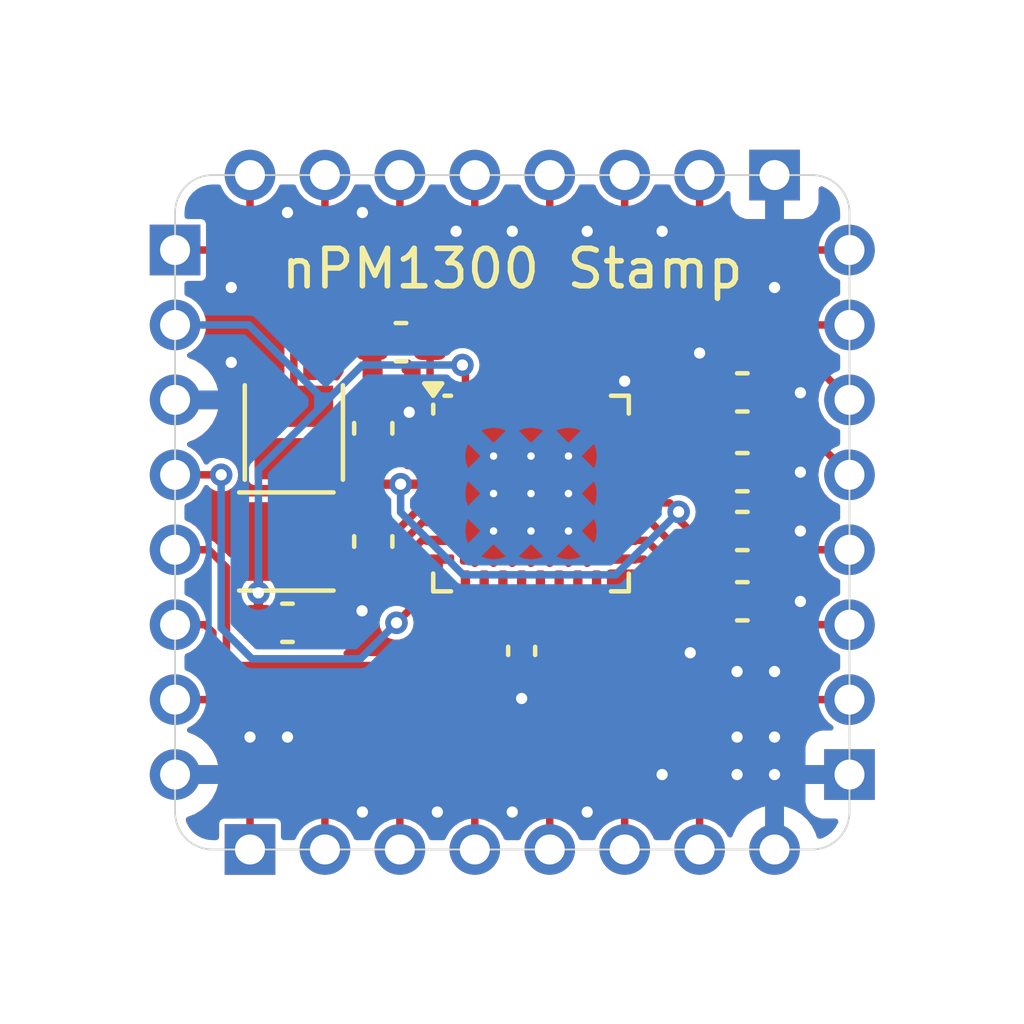
<source format=kicad_pcb>
(kicad_pcb (version 20240108) (generator "pcbnew") (generator_version "8.0")
  (layers (0 "F.Cu" signal) (1 "In1.Cu" signal) (2 "In2.Cu" signal) (31 "B.Cu" signal) (34 "B.Paste" user) (35 "F.Paste" user) (36 "B.SilkS" user "B.Silkscreen") (37 "F.SilkS" user "F.Silkscreen") (38 "B.Mask" user) (39 "F.Mask" user) (44 "Edge.Cuts" user))
  (net 0 "")
  (net 1 "GND")
  (net 2 "/VBUS_IN")
  (net 3 "/VBUS_OUT")
  (net 4 "/VBAT")
  (net 5 "/LS2_IN")
  (net 6 "/CC1")
  (net 7 "/VSET2")
  (net 8 "/LED0")
  (net 9 "/CC2")
  (net 10 "/SHPLD")
  (net 11 "/SCL_NPM1300")
  (net 12 "/NTC")
  (net 13 "/LS2_OUT")
  (net 14 "/LS1_OUT")
  (net 15 "/GPIO2")
  (net 16 "/LED2")
  (net 17 "/LS1_IN")
  (net 18 "/SDA_NPM1300")
  (net 19 "/GPIO1")
  (net 20 "/GPIO3")
  (net 21 "/VSET1")
  (net 22 "/LED1")
  (net 23 "/VDDIO")
  (net 24 "/VSYS")
  (net 25 "/VOUT1")
  (net 26 "/VOUT2")
  (net 27 "Net-(U1-SW1)")
  (net 28 "Net-(U1-SW2)")
  (net 29 "/GPIO4")
  (net 30 "/GPIO0")
  (footprint "nPM1300-Stamp_Connector_PinHeader:nPM1300-PinHeader_1x08_P2.00mm_Vertical" (layer "F.Cu") (at 157 91 -90)
    (property "Reference" "J4" (hide yes))
    (property "Value" "Conn_01x08")
    (pad "1" thru_hole rect (at 0 0 270) (size 1.35 1.35) (drill 0.8) (layers "*.Cu" "*.Mask") (net 1 "GND"))
    (pad "2" thru_hole oval (at 0 2 270) (size 1.35 1.35) (drill 0.8) (layers "*.Cu" "*.Mask") (net 8 "/LED0"))
    (pad "3" thru_hole oval (at 0 4 270) (size 1.35 1.35) (drill 0.8) (layers "*.Cu" "*.Mask") (net 22 "/LED1"))
    (pad "4" thru_hole oval (at 0 6 270) (size 1.35 1.35) (drill 0.8) (layers "*.Cu" "*.Mask") (net 16 "/LED2"))
    (pad "5" thru_hole oval (at 0 8 270) (size 1.35 1.35) (drill 0.8) (layers "*.Cu" "*.Mask") (net 17 "/LS1_IN"))
    (pad "6" thru_hole oval (at 0 10 270) (size 1.35 1.35) (drill 0.8) (layers "*.Cu" "*.Mask") (net 14 "/LS1_OUT"))
    (pad "7" thru_hole oval (at 0 12 270) (size 1.35 1.35) (drill 0.8) (layers "*.Cu" "*.Mask") (net 5 "/LS2_IN"))
    (pad "8" thru_hole oval (at 0 14 270) (size 1.35 1.35) (drill 0.8) (layers "*.Cu" "*.Mask") (net 13 "/LS2_OUT"))
  )
  (footprint "Capacitor_SMD:C_0603_1608Metric" (layer "F.Cu") (at 146.29 97.76 90)
    (property "Reference" "C3" (hide yes))
    (property "Value" "10uF")
    (fp_line (start -0.14058 -0.51) (end 0.14058 -0.51) (stroke (width 0.12)) (layer "F.SilkS"))
    (fp_line (start -0.14058 0.51) (end 0.14058 0.51) (stroke (width 0.12)) (layer "F.SilkS"))
    (pad "1" smd roundrect (at -0.775 0 90) (size 0.9 0.95) (layers "F.Cu" "F.Paste" "F.Mask") (net 24 "/VSYS"))
    (pad "2" smd roundrect (at 0.775 0 90) (size 0.9 0.95) (layers "F.Cu" "F.Paste" "F.Mask") (net 1 "GND"))
  )
  (footprint "Capacitor_SMD:C_0603_1608Metric" (layer "F.Cu") (at 156.14 98.93)
    (property "Reference" "C5" (hide yes))
    (property "Value" "1uF")
    (fp_line (start -0.14058 -0.51) (end 0.14058 -0.51) (stroke (width 0.12)) (layer "F.SilkS"))
    (fp_line (start -0.14058 0.51) (end 0.14058 0.51) (stroke (width 0.12)) (layer "F.SilkS"))
    (pad "1" smd roundrect (at -0.775 0) (size 0.9 0.95) (layers "F.Cu" "F.Paste" "F.Mask") (net 2 "/VBUS_IN"))
    (pad "2" smd roundrect (at 0.775 0) (size 0.9 0.95) (layers "F.Cu" "F.Paste" "F.Mask") (net 1 "GND"))
  )
  (footprint "Capacitor_SMD:C_0603_1608Metric" (layer "F.Cu") (at 147.03 95.46 180)
    (property "Reference" "C7" (hide yes))
    (property "Value" "10uF")
    (fp_line (start -0.14058 0.51) (end 0.14058 0.51) (stroke (width 0.12)) (layer "F.SilkS"))
    (fp_line (start -0.14058 -0.51) (end 0.14058 -0.51) (stroke (width 0.12)) (layer "F.SilkS"))
    (pad "1" smd roundrect (at -0.775 0 180) (size 0.9 0.95) (layers "F.Cu" "F.Paste" "F.Mask") (net 25 "/VOUT1"))
    (pad "2" smd roundrect (at 0.775 0 180) (size 0.9 0.95) (layers "F.Cu" "F.Paste" "F.Mask") (net 1 "GND"))
  )
  (footprint "Package_DFN_QFN:QFN-32-1EP_5x5mm_P0.5mm_EP3.6x3.6mm_ThermalVias" (layer "F.Cu") (at 150.5 99.5)
    (property "Reference" "U1" (hide yes))
    (property "Value" "nPM1300-QEXX")
    (fp_line (start -2.61 -2.135) (end -2.61 -2.37) (stroke (width 0.12)) (layer "F.SilkS"))
    (fp_line (start -2.61 2.61) (end -2.61 2.135) (stroke (width 0.12)) (layer "F.SilkS"))
    (fp_line (start -2.135 -2.61) (end -2.31 -2.61) (stroke (width 0.12)) (layer "F.SilkS"))
    (fp_line (start -2.135 2.61) (end -2.61 2.61) (stroke (width 0.12)) (layer "F.SilkS"))
    (fp_line (start 2.135 -2.61) (end 2.61 -2.61) (stroke (width 0.12)) (layer "F.SilkS"))
    (fp_line (start 2.135 2.61) (end 2.61 2.61) (stroke (width 0.12)) (layer "F.SilkS"))
    (fp_line (start 2.61 -2.61) (end 2.61 -2.135) (stroke (width 0.12)) (layer "F.SilkS"))
    (fp_line (start 2.61 2.61) (end 2.61 2.135) (stroke (width 0.12)) (layer "F.SilkS"))
    (fp_poly (pts (xy -2.61 -2.61) (xy -2.85 -2.94) (xy -2.37 -2.94) (xy -2.61 -2.61)) (stroke (width 0.12)) (fill solid) (layer "F.SilkS"))
    (pad "1" smd roundrect (at -2.45 -1.75) (size 0.8 0.25) (layers "F.Cu" "F.Paste" "F.Mask") (net 25 "/VOUT1"))
    (pad "2" smd roundrect (at -2.45 -1.25) (size 0.8 0.25) (layers "F.Cu" "F.Paste" "F.Mask") (net 1 "GND"))
    (pad "3" smd roundrect (at -2.45 -0.75) (size 0.8 0.25) (layers "F.Cu" "F.Paste" "F.Mask") (net 27 "Net-(U1-SW1)"))
    (pad "4" smd roundrect (at -2.45 -0.25) (size 0.8 0.25) (layers "F.Cu" "F.Paste" "F.Mask") (net 24 "/VSYS"))
    (pad "5" smd roundrect (at -2.45 0.25) (size 0.8 0.25) (layers "F.Cu" "F.Paste" "F.Mask") (net 28 "Net-(U1-SW2)"))
    (pad "6" smd roundrect (at -2.45 0.75) (size 0.8 0.25) (layers "F.Cu" "F.Paste" "F.Mask") (net 1 "GND"))
    (pad "7" smd roundrect (at -2.45 1.25) (size 0.8 0.25) (layers "F.Cu" "F.Paste" "F.Mask") (net 30 "/GPIO0"))
    (pad "8" smd roundrect (at -2.45 1.75) (size 0.8 0.25) (layers "F.Cu" "F.Paste" "F.Mask") (net 19 "/GPIO1"))
    (pad "9" smd roundrect (at -1.75 2.45) (size 0.25 0.8) (layers "F.Cu" "F.Paste" "F.Mask") (net 15 "/GPIO2"))
    (pad "10" smd roundrect (at -1.25 2.45) (size 0.25 0.8) (layers "F.Cu" "F.Paste" "F.Mask") (net 20 "/GPIO3"))
    (pad "11" smd roundrect (at -0.75 2.45) (size 0.25 0.8) (layers "F.Cu" "F.Paste" "F.Mask") (net 29 "/GPIO4"))
    (pad "12" smd roundrect (at -0.25 2.45) (size 0.25 0.8) (layers "F.Cu" "F.Paste" "F.Mask") (net 23 "/VDDIO"))
    (pad "13" smd roundrect (at 0.25 2.45) (size 0.25 0.8) (layers "F.Cu" "F.Paste" "F.Mask") (net 18 "/SDA_NPM1300"))
    (pad "14" smd roundrect (at 0.75 2.45) (size 0.25 0.8) (layers "F.Cu" "F.Paste" "F.Mask") (net 11 "/SCL_NPM1300"))
    (pad "15" smd roundrect (at 1.25 2.45) (size 0.25 0.8) (layers "F.Cu" "F.Paste" "F.Mask") (net 10 "/SHPLD"))
    (pad "16" smd roundrect (at 1.75 2.45) (size 0.25 0.8) (layers "F.Cu" "F.Paste" "F.Mask") (net 7 "/VSET2"))
    (pad "17" smd roundrect (at 2.45 1.75) (size 0.8 0.25) (layers "F.Cu" "F.Paste" "F.Mask") (net 21 "/VSET1"))
    (pad "18" smd roundrect (at 2.45 1.25) (size 0.8 0.25) (layers "F.Cu" "F.Paste" "F.Mask") (net 12 "/NTC"))
    (pad "19" smd roundrect (at 2.45 0.75) (size 0.8 0.25) (layers "F.Cu" "F.Paste" "F.Mask") (net 4 "/VBAT"))
    (pad "20" smd roundrect (at 2.45 0.25) (size 0.8 0.25) (layers "F.Cu" "F.Paste" "F.Mask") (net 24 "/VSYS"))
    (pad "21" smd roundrect (at 2.45 -0.25) (size 0.8 0.25) (layers "F.Cu" "F.Paste" "F.Mask") (net 2 "/VBUS_IN"))
    (pad "22" smd roundrect (at 2.45 -0.75) (size 0.8 0.25) (layers "F.Cu" "F.Paste" "F.Mask") (net 3 "/VBUS_OUT"))
    (pad "23" smd roundrect (at 2.45 -1.25) (size 0.8 0.25) (layers "F.Cu" "F.Paste" "F.Mask") (net 6 "/CC1"))
    (pad "24" smd roundrect (at 2.45 -1.75) (size 0.8 0.25) (layers "F.Cu" "F.Paste" "F.Mask") (net 9 "/CC2"))
    (pad "25" smd roundrect (at 1.75 -2.45) (size 0.25 0.8) (layers "F.Cu" "F.Paste" "F.Mask") (net 8 "/LED0"))
    (pad "26" smd roundrect (at 1.25 -2.45) (size 0.25 0.8) (layers "F.Cu" "F.Paste" "F.Mask") (net 22 "/LED1"))
    (pad "27" smd roundrect (at 0.75 -2.45) (size 0.25 0.8) (layers "F.Cu" "F.Paste" "F.Mask") (net 16 "/LED2"))
    (pad "28" smd roundrect (at 0.25 -2.45) (size 0.25 0.8) (layers "F.Cu" "F.Paste" "F.Mask") (net 17 "/LS1_IN"))
    (pad "29" smd roundrect (at -0.25 -2.45) (size 0.25 0.8) (layers "F.Cu" "F.Paste" "F.Mask") (net 14 "/LS1_OUT"))
    (pad "30" smd roundrect (at -0.75 -2.45) (size 0.25 0.8) (layers "F.Cu" "F.Paste" "F.Mask") (net 5 "/LS2_IN"))
    (pad "31" smd roundrect (at -1.25 -2.45) (size 0.25 0.8) (layers "F.Cu" "F.Paste" "F.Mask") (net 13 "/LS2_OUT"))
    (pad "32" smd roundrect (at -1.75 -2.45) (size 0.25 0.8) (layers "F.Cu" "F.Paste" "F.Mask") (net 26 "/VOUT2"))
    (pad "33" thru_hole circle (at -1 -1) (size 0.5 0.5) (drill 0.2) (property pad_prop_heatsink) (layers "*.Cu") (net 1 "GND"))
    (pad "33" thru_hole circle (at -1 0) (size 0.5 0.5) (drill 0.2) (property pad_prop_heatsink) (layers "*.Cu") (net 1 "GND"))
    (pad "33" thru_hole circle (at -1 1) (size 0.5 0.5) (drill 0.2) (property pad_prop_heatsink) (layers "*.Cu") (net 1 "GND"))
    (pad "33" thru_hole circle (at 0 -1) (size 0.5 0.5) (drill 0.2) (property pad_prop_heatsink) (layers "*.Cu") (net 1 "GND"))
    (pad "33" thru_hole circle (at 0 0) (size 0.5 0.5) (drill 0.2) (property pad_prop_heatsink) (layers "*.Cu") (net 1 "GND"))
    (pad "33" smd rect (at 0 0) (size 2.5 2.5) (property pad_prop_heatsink) (layers "B.Cu") (net 1 "GND"))
    (pad "33" smd rect (at 0 0) (size 3.6 3.6) (property pad_prop_heatsink) (layers "F.Cu" "F.Mask") (net 1 "GND"))
    (pad "33" thru_hole circle (at 0 1) (size 0.5 0.5) (drill 0.2) (property pad_prop_heatsink) (layers "*.Cu") (net 1 "GND"))
    (pad "33" thru_hole circle (at 1 -1) (size 0.5 0.5) (drill 0.2) (property pad_prop_heatsink) (layers "*.Cu") (net 1 "GND"))
    (pad "33" thru_hole circle (at 1 0) (size 0.5 0.5) (drill 0.2) (property pad_prop_heatsink) (layers "*.Cu") (net 1 "GND"))
    (pad "33" thru_hole circle (at 1 1) (size 0.5 0.5) (drill 0.2) (property pad_prop_heatsink) (layers "*.Cu") (net 1 "GND"))
  )
  (footprint "Inductor_SMD:L_Cenker_CKCS201610" (layer "F.Cu") (at 144.17 97.87 -90)
    (property "Reference" "L1" (hide yes))
    (property "Value" "2.2uH")
    (fp_line (start -1.26 1.31) (end 1.26 1.31) (stroke (width 0.12)) (layer "F.SilkS"))
    (fp_line (start -1.26 -1.31) (end 1.26 -1.31) (stroke (width 0.12)) (layer "F.SilkS"))
    (pad "1" smd rect (at -0.7 0 270) (size 1.1 2.1) (layers "F.Cu" "F.Paste" "F.Mask") (net 25 "/VOUT1"))
    (pad "2" smd rect (at 0.7 0 270) (size 1.1 2.1) (layers "F.Cu" "F.Paste" "F.Mask") (net 27 "Net-(U1-SW1)"))
  )
  (footprint "Capacitor_SMD:C_0603_1608Metric" (layer "F.Cu") (at 146.29 100.78 -90)
    (property "Reference" "C2" (hide yes))
    (property "Value" "10uF")
    (fp_line (start -0.14058 0.51) (end 0.14058 0.51) (stroke (width 0.12)) (layer "F.SilkS"))
    (fp_line (start -0.14058 -0.51) (end 0.14058 -0.51) (stroke (width 0.12)) (layer "F.SilkS"))
    (pad "1" smd roundrect (at -0.775 0 270) (size 0.9 0.95) (layers "F.Cu" "F.Paste" "F.Mask") (net 24 "/VSYS"))
    (pad "2" smd roundrect (at 0.775 0 270) (size 0.9 0.95) (layers "F.Cu" "F.Paste" "F.Mask") (net 1 "GND"))
  )
  (footprint "Capacitor_SMD:C_0603_1608Metric" (layer "F.Cu") (at 156.14 96.8)
    (property "Reference" "C6" (hide yes))
    (property "Value" "1uF")
    (fp_line (start -0.14058 -0.51) (end 0.14058 -0.51) (stroke (width 0.12)) (layer "F.SilkS"))
    (fp_line (start -0.14058 0.51) (end 0.14058 0.51) (stroke (width 0.12)) (layer "F.SilkS"))
    (pad "1" smd roundrect (at -0.775 0) (size 0.9 0.95) (layers "F.Cu" "F.Paste" "F.Mask") (net 3 "/VBUS_OUT"))
    (pad "2" smd roundrect (at 0.775 0) (size 0.9 0.95) (layers "F.Cu" "F.Paste" "F.Mask") (net 1 "GND"))
  )
  (footprint "Capacitor_SMD:C_0603_1608Metric" (layer "F.Cu") (at 156.14 102.375)
    (property "Reference" "C13" (hide yes))
    (property "Value" "2.2uF")
    (fp_line (start -0.14058 -0.51) (end 0.14058 -0.51) (stroke (width 0.12)) (layer "F.SilkS"))
    (fp_line (start -0.14058 0.51) (end 0.14058 0.51) (stroke (width 0.12)) (layer "F.SilkS"))
    (pad "1" smd roundrect (at -0.775 0) (size 0.9 0.95) (layers "F.Cu" "F.Paste" "F.Mask") (net 4 "/VBAT"))
    (pad "2" smd roundrect (at 0.775 0) (size 0.9 0.95) (layers "F.Cu" "F.Paste" "F.Mask") (net 1 "GND"))
  )
  (footprint "Capacitor_SMD:C_0402_1005Metric" (layer "F.Cu") (at 150.25 103.7 -90)
    (property "Reference" "C1" (hide yes))
    (property "Value" "100nF")
    (fp_line (start -0.107836 0.36) (end 0.107836 0.36) (stroke (width 0.12)) (layer "F.SilkS"))
    (fp_line (start -0.107836 -0.36) (end 0.107836 -0.36) (stroke (width 0.12)) (layer "F.SilkS"))
    (pad "1" smd roundrect (at -0.48 0 270) (size 0.56 0.62) (layers "F.Cu" "F.Paste" "F.Mask") (net 23 "/VDDIO"))
    (pad "2" smd roundrect (at 0.48 0 270) (size 0.56 0.62) (layers "F.Cu" "F.Paste" "F.Mask") (net 1 "GND"))
  )
  (footprint "Inductor_SMD:L_Cenker_CKCS201610" (layer "F.Cu") (at 143.97 100.78)
    (property "Reference" "L2" (hide yes))
    (property "Value" "2.2uH")
    (fp_line (start -1.26 -1.31) (end 1.26 -1.31) (stroke (width 0.12)) (layer "F.SilkS"))
    (fp_line (start -1.26 1.31) (end 1.26 1.31) (stroke (width 0.12)) (layer "F.SilkS"))
    (pad "1" smd rect (at -0.7 0) (size 1.1 2.1) (layers "F.Cu" "F.Paste" "F.Mask") (net 26 "/VOUT2"))
    (pad "2" smd rect (at 0.7 0) (size 1.1 2.1) (layers "F.Cu" "F.Paste" "F.Mask") (net 28 "Net-(U1-SW2)"))
  )
  (footprint "nPM1300-Stamp_Connector_PinHeader:nPM1300-PinHeader_1x08_P2.00mm_Vertical" (layer "F.Cu") (at 159 107 180)
    (property "Reference" "J3" (hide yes))
    (property "Value" "Conn_01x08")
    (pad "1" thru_hole rect (at 0 0 180) (size 1.35 1.35) (drill 0.8) (layers "*.Cu" "*.Mask") (net 1 "GND"))
    (pad "2" thru_hole oval (at 0 2 180) (size 1.35 1.35) (drill 0.8) (layers "*.Cu" "*.Mask") (net 12 "/NTC"))
    (pad "3" thru_hole oval (at 0 4 180) (size 1.35 1.35) (drill 0.8) (layers "*.Cu" "*.Mask") (net 4 "/VBAT"))
    (pad "4" thru_hole oval (at 0 6 180) (size 1.35 1.35) (drill 0.8) (layers "*.Cu" "*.Mask") (net 24 "/VSYS"))
    (pad "5" thru_hole oval (at 0 8 180) (size 1.35 1.35) (drill 0.8) (layers "*.Cu" "*.Mask") (net 2 "/VBUS_IN"))
    (pad "6" thru_hole oval (at 0 10 180) (size 1.35 1.35) (drill 0.8) (layers "*.Cu" "*.Mask") (net 3 "/VBUS_OUT"))
    (pad "7" thru_hole oval (at 0 12 180) (size 1.35 1.35) (drill 0.8) (layers "*.Cu" "*.Mask") (net 6 "/CC1"))
    (pad "8" thru_hole oval (at 0 14 180) (size 1.35 1.35) (drill 0.8) (layers "*.Cu" "*.Mask") (net 9 "/CC2"))
  )
  (footprint "nPM1300-Stamp_Connector_PinHeader:nPM1300-PinHeader_1x08_P2.00mm_Vertical" (layer "F.Cu") (at 141 93)
    (property "Reference" "J1" (hide yes))
    (property "Value" "Conn_01x08")
    (pad "1" thru_hole rect (at 0 0) (size 1.35 1.35) (drill 0.8) (layers "*.Cu" "*.Mask") (net 25 "/VOUT1"))
    (pad "2" thru_hole oval (at 0 2) (size 1.35 1.35) (drill 0.8) (layers "*.Cu" "*.Mask") (net 26 "/VOUT2"))
    (pad "3" thru_hole oval (at 0 4) (size 1.35 1.35) (drill 0.8) (layers "*.Cu" "*.Mask") (net 1 "GND"))
    (pad "4" thru_hole oval (at 0 6) (size 1.35 1.35) (drill 0.8) (layers "*.Cu" "*.Mask") (net 30 "/GPIO0"))
    (pad "5" thru_hole oval (at 0 8) (size 1.35 1.35) (drill 0.8) (layers "*.Cu" "*.Mask") (net 19 "/GPIO1"))
    (pad "6" thru_hole oval (at 0 10) (size 1.35 1.35) (drill 0.8) (layers "*.Cu" "*.Mask") (net 15 "/GPIO2"))
    (pad "7" thru_hole oval (at 0 12) (size 1.35 1.35) (drill 0.8) (layers "*.Cu" "*.Mask") (net 20 "/GPIO3"))
    (pad "8" thru_hole oval (at 0 14) (size 1.35 1.35) (drill 0.8) (layers "*.Cu" "*.Mask") (net 1 "GND"))
  )
  (footprint "Capacitor_SMD:C_0603_1608Metric" (layer "F.Cu") (at 156.14 100.5)
    (property "Reference" "C4" (hide yes))
    (property "Value" "10uF")
    (fp_line (start -0.14058 -0.51) (end 0.14058 -0.51) (stroke (width 0.12)) (layer "F.SilkS"))
    (fp_line (start -0.14058 0.51) (end 0.14058 0.51) (stroke (width 0.12)) (layer "F.SilkS"))
    (pad "1" smd roundrect (at -0.775 0) (size 0.9 0.95) (layers "F.Cu" "F.Paste" "F.Mask") (net 24 "/VSYS"))
    (pad "2" smd roundrect (at 0.775 0) (size 0.9 0.95) (layers "F.Cu" "F.Paste" "F.Mask") (net 1 "GND"))
  )
  (footprint "Capacitor_SMD:C_0603_1608Metric" (layer "F.Cu") (at 144 102.95)
    (property "Reference" "C8" (hide yes))
    (property "Value" "10uF")
    (fp_line (start -0.14058 -0.51) (end 0.14058 -0.51) (stroke (width 0.12)) (layer "F.SilkS"))
    (fp_line (start -0.14058 0.51) (end 0.14058 0.51) (stroke (width 0.12)) (layer "F.SilkS"))
    (pad "1" smd roundrect (at -0.775 0) (size 0.9 0.95) (layers "F.Cu" "F.Paste" "F.Mask") (net 26 "/VOUT2"))
    (pad "2" smd roundrect (at 0.775 0) (size 0.9 0.95) (layers "F.Cu" "F.Paste" "F.Mask") (net 1 "GND"))
  )
  (footprint "nPM1300-Stamp_Connector_PinHeader:nPM1300-PinHeader_1x08_P2.00mm_Vertical" (layer "F.Cu") (at 143 109 90)
    (property "Reference" "J2" (hide yes))
    (property "Value" "Conn_01x08")
    (pad "1" thru_hole rect (at 0 0 90) (size 1.35 1.35) (drill 0.8) (layers "*.Cu" "*.Mask") (net 29 "/GPIO4"))
    (pad "2" thru_hole oval (at 0 2 90) (size 1.35 1.35) (drill 0.8) (layers "*.Cu" "*.Mask") (net 23 "/VDDIO"))
    (pad "3" thru_hole oval (at 0 4 90) (size 1.35 1.35) (drill 0.8) (layers "*.Cu" "*.Mask") (net 18 "/SDA_NPM1300"))
    (pad "4" thru_hole oval (at 0 6 90) (size 1.35 1.35) (drill 0.8) (layers "*.Cu" "*.Mask") (net 11 "/SCL_NPM1300"))
    (pad "5" thru_hole oval (at 0 8 90) (size 1.35 1.35) (drill 0.8) (layers "*.Cu" "*.Mask") (net 10 "/SHPLD"))
    (pad "6" thru_hole oval (at 0 10 90) (size 1.35 1.35) (drill 0.8) (layers "*.Cu" "*.Mask") (net 7 "/VSET2"))
    (pad "7" thru_hole oval (at 0 12 90) (size 1.35 1.35) (drill 0.8) (layers "*.Cu" "*.Mask") (net 21 "/VSET1"))
    (pad "8" thru_hole oval (at 0 14 90) (size 1.35 1.35) (drill 0.8) (layers "*.Cu" "*.Mask") (net 1 "GND"))
  )
  (gr_arc (start 159 108) (mid 158.707107 108.707107) (end 158 109) (stroke (width 0.05)) (layer "Edge.Cuts"))
  (gr_line (start 142 91) (end 158 91) (stroke (width 0.05)) (layer "Edge.Cuts"))
  (gr_line (start 158 109) (end 142 109) (stroke (width 0.05)) (layer "Edge.Cuts"))
  (gr_line (start 159 92) (end 159 108) (stroke (width 0.05)) (layer "Edge.Cuts"))
  (gr_arc (start 158 91) (mid 158.707107 91.292893) (end 159 92) (stroke (width 0.05)) (layer "Edge.Cuts"))
  (gr_line (start 141 108) (end 141 92) (stroke (width 0.05)) (layer "Edge.Cuts"))
  (gr_arc (start 142 109) (mid 141.292893 108.707107) (end 141 108) (stroke (width 0.05)) (layer "Edge.Cuts"))
  (gr_arc (start 141 92) (mid 141.292893 91.292893) (end 142 91) (stroke (width 0.05)) (layer "Edge.Cuts"))
  (gr_text "nPM1300 Stamp" (at 150 93.5 0) (layer "F.SilkS") (effects (font (size 1 1))))
  (segment (start 147.622249 100.25) (end 148.05 100.25) (width 0.2) (layer "F.Cu") (net 1))
  (segment (start 156.915 98.93) (end 157.69 98.93) (width 0.2) (layer "F.Cu") (net 1))
  (segment (start 147.56 98.25) (end 147.36 98.05) (width 0.25) (layer "F.Cu") (net 1))
  (segment (start 146.29 96.985) (end 146.29 95.495) (width 0.25) (layer "F.Cu") (net 1))
  (segment (start 147.03 101.39) (end 147.03 100.842249) (width 0.2) (layer "F.Cu") (net 1))
  (segment (start 147.03 100.842249) (end 147.622249 100.25) (width 0.2) (layer "F.Cu") (net 1))
  (segment (start 156.915 102.375) (end 157.685 102.375) (width 0.2) (layer "F.Cu") (net 1))
  (segment (start 147.36 97.44) (end 147.25 97.33) (width 0.25) (layer "F.Cu") (net 1))
  (segment (start 146.29 102.33) (end 146.29 101.555) (width 0.2) (layer "F.Cu") (net 1))
  (segment (start 157.685 102.375) (end 157.69 102.38) (width 0.2) (layer "F.Cu") (net 1))
  (segment (start 147.36 98.05) (end 147.36 97.44) (width 0.25) (layer "F.Cu") (net 1))
  (segment (start 150.25 104.18) (end 150.25 104.97) (width 0.2) (layer "F.Cu") (net 1))
  (segment (start 144.775 102.95) (end 145.67 102.95) (width 0.2) (layer "F.Cu") (net 1))
  (segment (start 146.29 101.555) (end 146.865 101.555) (width 0.2) (layer "F.Cu") (net 1))
  (segment (start 145.67 102.95) (end 146.29 102.33) (width 0.2) (layer "F.Cu") (net 1))
  (segment (start 156.915 100.5) (end 157.69 100.5) (width 0.2) (layer "F.Cu") (net 1))
  (segment (start 146.29 96.985) (end 146.905 96.985) (width 0.25) (layer "F.Cu") (net 1))
  (segment (start 146.905 96.985) (end 147.25 97.33) (width 0.25) (layer "F.Cu") (net 1))
  (segment (start 156.915 96.8) (end 157.68 96.8) (width 0.2) (layer "F.Cu") (net 1))
  (segment (start 148.05 98.25) (end 147.56 98.25) (width 0.25) (layer "F.Cu") (net 1))
  (segment (start 156.915 98.93) (end 156.915 100.5) (width 0.2) (layer "F.Cu") (net 1))
  (segment (start 157.68 96.8) (end 157.69 96.81) (width 0.2) (layer "F.Cu") (net 1))
  (segment (start 146.29 95.495) (end 146.255 95.46) (width 0.25) (layer "F.Cu") (net 1))
  (segment (start 146.865 101.555) (end 147.03 101.39) (width 0.2) (layer "F.Cu") (net 1))
  (via (at 157 104.25) (size 0.6) (drill 0.3) (layers "F.Cu" "B.Cu") (net 1))
  (via (at 146 108) (size 0.6) (drill 0.3) (layers "F.Cu" "B.Cu") (net 1))
  (via (at 148 108) (size 0.6) (drill 0.3) (layers "F.Cu" "B.Cu") (net 1))
  (via (at 157.69 98.93) (size 0.6) (drill 0.3) (layers "F.Cu" "B.Cu") (net 1))
  (via (at 157 107) (size 0.6) (drill 0.3) (layers "F.Cu" "B.Cu") (net 1))
  (via (at 157 106) (size 0.6) (drill 0.3) (layers "F.Cu" "B.Cu") (net 1))
  (via (at 146 92) (size 0.6) (drill 0.3) (layers "F.Cu" "B.Cu") (net 1))
  (via (at 144 106) (size 0.6) (drill 0.3) (layers "F.Cu" "B.Cu") (net 1))
  (via (at 143 106) (size 0.6) (drill 0.3) (layers "F.Cu" "B.Cu") (net 1))
  (via (at 156 106) (size 0.6) (drill 0.3) (layers "F.Cu" "B.Cu") (net 1))
  (via (at 142.5 96) (size 0.6) (drill 0.3) (layers "F.Cu" "B.Cu") (net 1))
  (via (at 156 104.25) (size 0.6) (drill 0.3) (layers "F.Cu" "B.Cu") (net 1))
  (via (at 152 108) (size 0.6) (drill 0.3) (layers "F.Cu" "B.Cu") (net 1))
  (via (at 157 94) (size 0.6) (drill 0.3) (layers "F.Cu" "B.Cu") (net 1))
  (via (at 154.75 103.75) (size 0.6) (drill 0.3) (layers "F.Cu" "B.Cu") (net 1))
  (via (at 157.69 102.38) (size 0.6) (drill 0.3) (layers "F.Cu" "B.Cu") (net 1))
  (via (at 154 92.5) (size 0.6) (drill 0.3) (layers "F.Cu" "B.Cu") (net 1))
  (via (at 150 92.5) (size 0.6) (drill 0.3) (layers "F.Cu" "B.Cu") (net 1))
  (via (at 142.5 94) (size 0.6) (drill 0.3) (layers "F.Cu" "B.Cu") (net 1))
  (via (at 144 92) (size 0.6) (drill 0.3) (layers "F.Cu" "B.Cu") (net 1))
  (via (at 157.69 100.5) (size 0.6) (drill 0.3) (layers "F.Cu" "B.Cu") (net 1))
  (via (at 157.69 96.81) (size 0.6) (drill 0.3) (layers "F.Cu" "B.Cu") (net 1))
  (via (at 153 96.5) (size 0.6) (drill 0.3) (layers "F.Cu" "B.Cu") (net 1))
  (via (at 156 107) (size 0.6) (drill 0.3) (layers "F.Cu" "B.Cu") (net 1))
  (via (at 154 107) (size 0.6) (drill 0.3) (layers "F.Cu" "B.Cu") (net 1))
  (via (at 152 92.5) (size 0.6) (drill 0.3) (layers "F.Cu" "B.Cu") (net 1))
  (via (at 155 95.75) (size 0.6) (drill 0.3) (layers "F.Cu" "B.Cu") (net 1))
  (via (at 147.25 97.33) (size 0.6) (drill 0.3) (layers "F.Cu" "B.Cu") (net 1))
  (via (at 150.25 104.97) (size 0.6) (drill 0.3) (layers "F.Cu" "B.Cu") (net 1))
  (via (at 148.5 92.5) (size 0.6) (drill 0.3) (layers "F.Cu" "B.Cu") (net 1))
  (via (at 145.99 102.63) (size 0.6) (drill 0.3) (layers "F.Cu" "B.Cu") (net 1))
  (via (at 150 108) (size 0.6) (drill 0.3) (layers "F.Cu" "B.Cu") (net 1))
  (segment (start 155.365 98.93) (end 155.365 98.275) (width 0.2) (layer "F.Cu") (net 2))
  (segment (start 152.95 99.25) (end 153.97 99.25) (width 0.2) (layer "F.Cu") (net 2))
  (segment (start 155.5 98.14) (end 158.14 98.14) (width 0.2) (layer "F.Cu") (net 2))
  (segment (start 155.365 98.275) (end 155.5 98.14) (width 0.2) (layer "F.Cu") (net 2))
  (segment (start 154.29 98.93) (end 155.365 98.93) (width 0.2) (layer "F.Cu") (net 2))
  (segment (start 158.14 98.14) (end 159 99) (width 0.2) (layer "F.Cu") (net 2))
  (segment (start 153.97 99.25) (end 154.29 98.93) (width 0.2) (layer "F.Cu") (net 2))
  (segment (start 152.95 98.75) (end 153.8 98.75) (width 0.2) (layer "F.Cu") (net 3))
  (segment (start 155.365 97.455) (end 155.365 96.8) (width 0.2) (layer "F.Cu") (net 3))
  (segment (start 155.365 96.8) (end 155.365 96.225) (width 0.2) (layer "F.Cu") (net 3))
  (segment (start 154.83 97.72) (end 155.1 97.72) (width 0.2) (layer "F.Cu") (net 3))
  (segment (start 155.7 95.89) (end 157.89 95.89) (width 0.2) (layer "F.Cu") (net 3))
  (segment (start 155.365 96.225) (end 155.7 95.89) (width 0.2) (layer "F.Cu") (net 3))
  (segment (start 157.89 95.89) (end 159 97) (width 0.2) (layer "F.Cu") (net 3))
  (segment (start 155.1 97.72) (end 155.365 97.455) (width 0.2) (layer "F.Cu") (net 3))
  (segment (start 153.8 98.75) (end 154.83 97.72) (width 0.2) (layer "F.Cu") (net 3))
  (segment (start 153.68 100.25) (end 154.81 101.38) (width 0.2) (layer "F.Cu") (net 4))
  (segment (start 152.95 100.25) (end 153.68 100.25) (width 0.2) (layer "F.Cu") (net 4))
  (segment (start 155.365 102.935) (end 155.82 103.39) (width 0.2) (layer "F.Cu") (net 4))
  (segment (start 155.365 101.655) (end 155.365 102.375) (width 0.2) (layer "F.Cu") (net 4))
  (segment (start 154.81 101.38) (end 155.09 101.38) (width 0.2) (layer "F.Cu") (net 4))
  (segment (start 158.05 103) (end 159 103) (width 0.2) (layer "F.Cu") (net 4))
  (segment (start 155.82 103.39) (end 157.66 103.39) (width 0.2) (layer "F.Cu") (net 4))
  (segment (start 155.09 101.38) (end 155.365 101.655) (width 0.2) (layer "F.Cu") (net 4))
  (segment (start 157.66 103.39) (end 158.05 103) (width 0.2) (layer "F.Cu") (net 4))
  (segment (start 155.365 102.375) (end 155.365 102.935) (width 0.2) (layer "F.Cu") (net 4))
  (segment (start 149.75 97.05) (end 149.75 95.264314) (width 0.2) (layer "F.Cu") (net 5))
  (segment (start 145.26 92.72) (end 145 92.46) (width 0.2) (layer "F.Cu") (net 5))
  (segment (start 145 92.46) (end 145 91) (width 0.2) (layer "F.Cu") (net 5))
  (segment (start 147.205686 92.72) (end 145.26 92.72) (width 0.2) (layer "F.Cu") (net 5))
  (segment (start 149.75 95.264314) (end 147.205686 92.72) (width 0.2) (layer "F.Cu") (net 5))
  (segment (start 154.13 97.855686) (end 154.13 95.81) (width 0.2) (layer "F.Cu") (net 6))
  (segment (start 154.13 95.81) (end 154.94 95) (width 0.2) (layer "F.Cu") (net 6))
  (segment (start 153.735686 98.25) (end 154.13 97.855686) (width 0.2) (layer "F.Cu") (net 6))
  (segment (start 152.95 98.25) (end 153.735686 98.25) (width 0.2) (layer "F.Cu") (net 6))
  (segment (start 154.94 95) (end 159 95) (width 0.2) (layer "F.Cu") (net 6))
  (segment (start 153 103.25) (end 153 109) (width 0.2) (layer "F.Cu") (net 7))
  (segment (start 152.25 102.5) (end 153 103.25) (width 0.2) (layer "F.Cu") (net 7))
  (segment (start 152.25 101.95) (end 152.25 102.5) (width 0.2) (layer "F.Cu") (net 7))
  (segment (start 152.25 97.05) (end 152.25 95.78) (width 0.2) (layer "F.Cu") (net 8))
  (segment (start 152.25 95.78) (end 155 93.03) (width 0.2) (layer "F.Cu") (net 8))
  (segment (start 155 93.03) (end 155 91) (width 0.2) (layer "F.Cu") (net 8))
  (segment (start 153.73 95.54) (end 156.27 93) (width 0.2) (layer "F.Cu") (net 9))
  (segment (start 153.73 97.69) (end 153.73 95.54) (width 0.2) (layer "F.Cu") (net 9))
  (segment (start 156.27 93) (end 159 93) (width 0.2) (layer "F.Cu") (net 9))
  (segment (start 153.67 97.75) (end 153.73 97.69) (width 0.2) (layer "F.Cu") (net 9))
  (segment (start 152.95 97.75) (end 153.67 97.75) (width 0.2) (layer "F.Cu") (net 9))
  (segment (start 151 109) (end 151 107.71) (width 0.2) (layer "F.Cu") (net 10))
  (segment (start 152.084315 102.9) (end 151.75 102.565685) (width 0.2) (layer "F.Cu") (net 10))
  (segment (start 152.084315 106.625685) (end 152.084315 102.9) (width 0.2) (layer "F.Cu") (net 10))
  (segment (start 151.75 102.565685) (end 151.75 101.95) (width 0.2) (layer "F.Cu") (net 10))
  (segment (start 151 107.71) (end 152.084315 106.625685) (width 0.2) (layer "F.Cu") (net 10))
  (segment (start 151.56 103.02818) (end 151.25 102.71818) (width 0.2) (layer "F.Cu") (net 11))
  (segment (start 151.25 102.71818) (end 151.25 101.95) (width 0.2) (layer "F.Cu") (net 11))
  (segment (start 149 109) (end 149 108.13) (width 0.2) (layer "F.Cu") (net 11))
  (segment (start 151.56 105.57) (end 151.56 103.02818) (width 0.2) (layer "F.Cu") (net 11))
  (segment (start 149 108.13) (end 151.56 105.57) (width 0.2) (layer "F.Cu") (net 11))
  (segment (start 153.58 100.75) (end 154.2 101.37) (width 0.2) (layer "F.Cu") (net 12))
  (segment (start 152.95 100.75) (end 153.58 100.75) (width 0.2) (layer "F.Cu") (net 12))
  (segment (start 154.81 105) (end 159 105) (width 0.2) (layer "F.Cu") (net 12))
  (segment (start 154.2 101.37) (end 154.2 104.39) (width 0.2) (layer "F.Cu") (net 12))
  (segment (start 154.2 104.39) (end 154.81 105) (width 0.2) (layer "F.Cu") (net 12))
  (segment (start 146.8 93.12) (end 149.25 95.57) (width 0.2) (layer "F.Cu") (net 13))
  (segment (start 143.93 93.12) (end 146.8 93.12) (width 0.2) (layer "F.Cu") (net 13))
  (segment (start 149.25 95.57) (end 149.25 97.05) (width 0.2) (layer "F.Cu") (net 13))
  (segment (start 143 91) (end 143 92.19) (width 0.2) (layer "F.Cu") (net 13))
  (segment (start 143 92.19) (end 143.93 93.12) (width 0.2) (layer "F.Cu") (net 13))
  (segment (start 147 91.87) (end 150.25 95.12) (width 0.2) (layer "F.Cu") (net 14))
  (segment (start 150.25 95.12) (end 150.25 97.05) (width 0.2) (layer "F.Cu") (net 14))
  (segment (start 147 91) (end 147 91.87) (width 0.2) (layer "F.Cu") (net 14))
  (segment (start 142.01 103.21) (end 141.8 103) (width 0.2) (layer "F.Cu") (net 15))
  (segment (start 142.58 104.52) (end 142.01 103.95) (width 0.2) (layer "F.Cu") (net 15))
  (segment (start 142.01 103.95) (end 142.01 103.21) (width 0.2) (layer "F.Cu") (net 15))
  (segment (start 147.93 104.27) (end 147.68 104.52) (width 0.2) (layer "F.Cu") (net 15))
  (segment (start 141.8 103) (end 141 103) (width 0.2) (layer "F.Cu") (net 15))
  (segment (start 148.75 102.49) (end 147.93 103.31) (width 0.2) (layer "F.Cu") (net 15))
  (segment (start 147.68 104.52) (end 142.58 104.52) (width 0.2) (layer "F.Cu") (net 15))
  (segment (start 148.75 101.95) (end 148.75 102.49) (width 0.2) (layer "F.Cu") (net 15))
  (segment (start 147.93 103.31) (end 147.93 104.27) (width 0.2) (layer "F.Cu") (net 15))
  (segment (start 151 91) (end 151 93.05) (width 0.2) (layer "F.Cu") (net 16))
  (segment (start 151 93.05) (end 151.25 93.3) (width 0.2) (layer "F.Cu") (net 16))
  (segment (start 151.25 97.05) (end 151.25 93.3) (width 0.2) (layer "F.Cu") (net 16))
  (segment (start 150.75 94.03) (end 149 92.28) (width 0.2) (layer "F.Cu") (net 17))
  (segment (start 149 92.28) (end 149 91) (width 0.2) (layer "F.Cu") (net 17))
  (segment (start 150.75 97.05) (end 150.75 94.03) (width 0.2) (layer "F.Cu") (net 17))
  (segment (start 151.13 105.19) (end 149.73 106.59) (width 0.2) (layer "F.Cu") (net 18))
  (segment (start 147.98 106.59) (end 147 107.57) (width 0.2) (layer "F.Cu") (net 18))
  (segment (start 150.75 102.783866) (end 151.13 103.163866) (width 0.2) (layer "F.Cu") (net 18))
  (segment (start 147 107.57) (end 147 109) (width 0.2) (layer "F.Cu") (net 18))
  (segment (start 151.13 103.163866) (end 151.13 105.19) (width 0.2) (layer "F.Cu") (net 18))
  (segment (start 150.75 101.95) (end 150.75 102.783866) (width 0.2) (layer "F.Cu") (net 18))
  (segment (start 149.73 106.59) (end 147.98 106.59) (width 0.2) (layer "F.Cu") (net 18))
  (segment (start 147.58 103.85) (end 147.34 104.09) (width 0.2) (layer "F.Cu") (net 19))
  (segment (start 148.05 101.25) (end 148.05 102.48) (width 0.2) (layer "F.Cu") (net 19))
  (segment (start 142.68 104.09) (end 142.37 103.78) (width 0.2) (layer "F.Cu") (net 19))
  (segment (start 147.58 102.95) (end 147.58 103.85) (width 0.2) (layer "F.Cu") (net 19))
  (segment (start 142.37 101.47) (end 141.9 101) (width 0.2) (layer "F.Cu") (net 19))
  (segment (start 147.34 104.09) (end 142.68 104.09) (width 0.2) (layer "F.Cu") (net 19))
  (segment (start 142.37 103.78) (end 142.37 101.47) (width 0.2) (layer "F.Cu") (net 19))
  (segment (start 141.9 101) (end 141 101) (width 0.2) (layer "F.Cu") (net 19))
  (segment (start 148.05 102.48) (end 147.58 102.95) (width 0.2) (layer "F.Cu") (net 19))
  (segment (start 147.87 105) (end 148.3 104.57) (width 0.2) (layer "F.Cu") (net 20))
  (segment (start 148.3 104.57) (end 148.3 103.46) (width 0.2) (layer "F.Cu") (net 20))
  (segment (start 148.3 103.46) (end 149.25 102.51) (width 0.2) (layer "F.Cu") (net 20))
  (segment (start 149.25 102.51) (end 149.25 101.95) (width 0.2) (layer "F.Cu") (net 20))
  (segment (start 141 105) (end 147.87 105) (width 0.2) (layer "F.Cu") (net 20))
  (segment (start 153.51 101.25) (end 153.77 101.51) (width 0.2) (layer "F.Cu") (net 21))
  (segment (start 155 106.65) (end 155 109) (width 0.2) (layer "F.Cu") (net 21))
  (segment (start 152.95 101.25) (end 153.51 101.25) (width 0.2) (layer "F.Cu") (net 21))
  (segment (start 153.77 101.51) (end 153.77 105.42) (width 0.2) (layer "F.Cu") (net 21))
  (segment (start 153.77 105.42) (end 155 106.65) (width 0.2) (layer "F.Cu") (net 21))
  (segment (start 153 91) (end 153 93.39) (width 0.2) (layer "F.Cu") (net 22))
  (segment (start 153 93.39) (end 151.75 94.64) (width 0.2) (layer "F.Cu") (net 22))
  (segment (start 151.75 94.64) (end 151.75 97.05) (width 0.2) (layer "F.Cu") (net 22))
  (segment (start 149.74 103.22) (end 150.25 103.22) (width 0.2) (layer "F.Cu") (net 23))
  (segment (start 148.54 106.15) (end 149.22 105.47) (width 0.2) (layer "F.Cu") (net 23))
  (segment (start 149.22 103.74) (end 149.74 103.22) (width 0.2) (layer "F.Cu") (net 23))
  (segment (start 145 109) (end 145 107.82) (width 0.2) (layer "F.Cu") (net 23))
  (segment (start 149.22 105.47) (end 149.22 103.74) (width 0.2) (layer "F.Cu") (net 23))
  (segment (start 150.25 103.22) (end 150.25 101.95) (width 0.2) (layer "F.Cu") (net 23))
  (segment (start 145 107.82) (end 146.67 106.15) (width 0.2) (layer "F.Cu") (net 23))
  (segment (start 146.67 106.15) (end 148.54 106.15) (width 0.2) (layer "F.Cu") (net 23))
  (segment (start 154.2 99.75) (end 154.44 99.99) (width 0.2) (layer "F.Cu") (net 24))
  (segment (start 148.05 99.25) (end 146.29 99.25) (width 0.25) (layer "F.Cu") (net 24))
  (segment (start 155.365 100.5) (end 154.75 100.5) (width 0.2) (layer "F.Cu") (net 24))
  (segment (start 155.54 101.29) (end 155.365 101.115) (width 0.2) (layer "F.Cu") (net 24))
  (segment (start 157.79 101.29) (end 155.54 101.29) (width 0.2) (layer "F.Cu") (net 24))
  (segment (start 146.29 100.005) (end 146.29 99.25) (width 0.25) (layer "F.Cu") (net 24))
  (segment (start 146.29 99.25) (end 146.29 98.535) (width 0.25) (layer "F.Cu") (net 24))
  (segment (start 159 101) (end 158.08 101) (width 0.2) (layer "F.Cu") (net 24))
  (segment (start 158.08 101) (end 157.79 101.29) (width 0.2) (layer "F.Cu") (net 24))
  (segment (start 154.75 100.5) (end 154.44 100.19) (width 0.2) (layer "F.Cu") (net 24))
  (segment (start 154.44 100.19) (end 154.44 99.99) (width 0.2) (layer "F.Cu") (net 24))
  (segment (start 152.95 99.75) (end 154.2 99.75) (width 0.2) (layer "F.Cu") (net 24))
  (segment (start 155.365 101.115) (end 155.365 100.5) (width 0.2) (layer "F.Cu") (net 24))
  (via (at 154.44 99.99) (size 0.6) (drill 0.3) (layers "F.Cu" "B.Cu") (net 24))
  (via (at 147.02 99.25) (size 0.6) (drill 0.3) (layers "F.Cu" "B.Cu") (net 24))
  (segment (start 152.76 101.67) (end 154.44 99.99) (width 0.2) (layer "B.Cu") (net 24))
  (segment (start 148.69 101.67) (end 152.76 101.67) (width 0.2) (layer "B.Cu") (net 24))
  (segment (start 147.02 99.25) (end 147.02 100) (width 0.2) (layer "B.Cu") (net 24))
  (segment (start 147.02 100) (end 148.69 101.67) (width 0.2) (layer "B.Cu") (net 24))
  (segment (start 144.44 94.03) (end 144.17 94.3) (width 0.2) (layer "F.Cu") (net 25))
  (segment (start 147.805 94.745) (end 147.09 94.03) (width 0.2) (layer "F.Cu") (net 25))
  (segment (start 147.09 94.03) (end 144.44 94.03) (width 0.2) (layer "F.Cu") (net 25))
  (segment (start 147.805 95.46) (end 147.805 94.745) (width 0.2) (layer "F.Cu") (net 25))
  (segment (start 148.05 97.75) (end 148.05 97.03) (width 0.2) (layer "F.Cu") (net 25))
  (segment (start 144.17 94.3) (end 144.17 97.17) (width 0.2) (layer "F.Cu") (net 25))
  (segment (start 141 93) (end 142.87 93) (width 0.2) (layer "F.Cu") (net 25))
  (segment (start 142.87 93) (end 144.17 94.3) (width 0.2) (layer "F.Cu") (net 25))
  (segment (start 148.05 97.03) (end 147.805 96.785) (width 0.2) (layer "F.Cu") (net 25))
  (segment (start 147.805 96.785) (end 147.805 95.46) (width 0.2) (layer "F.Cu") (net 25))
  (segment (start 148.75 96.15) (end 148.75 97.05) (width 0.2) (layer "F.Cu") (net 26))
  (segment (start 143.225 100.825) (end 143.27 100.78) (width 0.25) (layer "F.Cu") (net 26))
  (segment (start 148.67 96.07) (end 148.75 96.15) (width 0.2) (layer "F.Cu") (net 26))
  (segment (start 143.225 102.95) (end 143.225 100.825) (width 0.25) (layer "F.Cu") (net 26))
  (via (at 148.67 96.07) (size 0.6) (drill 0.3) (layers "F.Cu" "B.Cu") (net 26))
  (via (at 143.225 102.15) (size 0.6) (drill 0.3) (layers "F.Cu" "B.Cu") (net 26))
  (segment (start 143.225 98.855) (end 144.81 97.27) (width 0.2) (layer "B.Cu") (net 26))
  (segment (start 144.81 96.84) (end 144.87 96.9) (width 0.2) (layer "B.Cu") (net 26))
  (segment (start 144.81 96.84) (end 145.02 97.05) (width 0.2) (layer "B.Cu") (net 26))
  (segment (start 141 95) (end 142.97 95) (width 0.2) (layer "B.Cu") (net 26))
  (segment (start 145.02 97.06) (end 145.02 97.05) (width 0.2) (layer "B.Cu") (net 26))
  (segment (start 144.81 97.26) (end 145.17 96.9) (width 0.2) (layer "B.Cu") (net 26))
  (segment (start 144.81 96.84) (end 144.81 97.27) (width 0.2) (layer "B.Cu") (net 26))
  (segment (start 144.81 97.27) (end 144.81 97.26) (width 0.2) (layer "B.Cu") (net 26))
  (segment (start 142.97 95) (end 144.81 96.84) (width 0.2) (layer "B.Cu") (net 26))
  (segment (start 144.81 97.27) (end 145.02 97.06) (width 0.2) (layer "B.Cu") (net 26))
  (segment (start 145.17 96.9) (end 146 96.07) (width 0.2) (layer "B.Cu") (net 26))
  (segment (start 143.225 102.15) (end 143.225 98.855) (width 0.2) (layer "B.Cu") (net 26))
  (segment (start 146 96.07) (end 148.67 96.07) (width 0.2) (layer "B.Cu") (net 26))
  (segment (start 144.87 96.9) (end 145.17 96.9) (width 0.2) (layer "B.Cu") (net 26))
  (segment (start 145.45 98.06) (end 145.75 97.76) (width 0.2) (layer "F.Cu") (net 27))
  (segment (start 145.45 98.54) (end 145.45 98.06) (width 0.2) (layer "F.Cu") (net 27))
  (segment (start 147.2 98.75) (end 148.05 98.75) (width 0.2) (layer "F.Cu") (net 27))
  (segment (start 146.99 98.11737) (end 146.99 98.54) (width 0.2) (layer "F.Cu") (net 27))
  (segment (start 145.75 97.76) (end 146.63263 97.76) (width 0.2) (layer "F.Cu") (net 27))
  (segment (start 146.99 98.54) (end 147.2 98.75) (width 0.2) (layer "F.Cu") (net 27))
  (segment (start 145.42 98.57) (end 145.45 98.54) (width 0.2) (layer "F.Cu") (net 27))
  (segment (start 146.63263 97.76) (end 146.99 98.11737) (width 0.2) (layer "F.Cu") (net 27))
  (segment (start 144.17 98.57) (end 145.42 98.57) (width 0.2) (layer "F.Cu") (net 27))
  (segment (start 146.63263 100.78) (end 147.66263 99.75) (width 0.2) (layer "F.Cu") (net 28))
  (segment (start 147.66263 99.75) (end 148.05 99.75) (width 0.2) (layer "F.Cu") (net 28))
  (segment (start 144.67 100.78) (end 146.63263 100.78) (width 0.2) (layer "F.Cu") (net 28))
  (segment (start 144.69 107.25) (end 143.4 107.25) (width 0.2) (layer "F.Cu") (net 29))
  (segment (start 143 107.65) (end 143 109) (width 0.2) (layer "F.Cu") (net 29))
  (segment (start 148.73 105.18) (end 148.23 105.68) (width 0.2) (layer "F.Cu") (net 29))
  (segment (start 149.75 101.95) (end 149.75 102.61) (width 0.2) (layer "F.Cu") (net 29))
  (segment (start 149.75 102.61) (end 148.73 103.63) (width 0.2) (layer "F.Cu") (net 29))
  (segment (start 143.4 107.25) (end 143 107.65) (width 0.2) (layer "F.Cu") (net 29))
  (segment (start 148.73 103.63) (end 148.73 105.18) (width 0.2) (layer "F.Cu") (net 29))
  (segment (start 148.23 105.68) (end 146.26 105.68) (width 0.2) (layer "F.Cu") (net 29))
  (segment (start 146.26 105.68) (end 144.69 107.25) (width 0.2) (layer "F.Cu") (net 29))
  (segment (start 141 99) (end 142.23 99) (width 0.2) (layer "F.Cu") (net 30))
  (segment (start 147.5 100.84) (end 147.36 100.98) (width 0.2) (layer "F.Cu") (net 30))
  (segment (start 148.05 100.75) (end 147.59 100.75) (width 0.2) (layer "F.Cu") (net 30))
  (segment (start 147.59 100.75) (end 147.5 100.84) (width 0.2) (layer "F.Cu") (net 30))
  (segment (start 147.36 100.98) (end 147.36 101.8) (width 0.2) (layer "F.Cu") (net 30))
  (segment (start 147.36 101.8) (end 147.36 102.5) (width 0.2) (layer "F.Cu") (net 30))
  (segment (start 147.36 102.5) (end 146.91 102.95) (width 0.2) (layer "F.Cu") (net 30))
  (via (at 142.23 99) (size 0.6) (drill 0.3) (layers "F.Cu" "B.Cu") (net 30))
  (via (at 146.91 102.95) (size 0.6) (drill 0.3) (layers "F.Cu" "B.Cu") (net 30))
  (segment (start 145.95 103.91) (end 146.91 102.95) (width 0.2) (layer "B.Cu") (net 30))
  (segment (start 142.23 99) (end 142.23 103.09) (width 0.2) (layer "B.Cu") (net 30))
  (segment (start 143.05 103.91) (end 145.95 103.91) (width 0.2) (layer "B.Cu") (net 30))
  (segment (start 142.23 103.09) (end 143.05 103.91) (width 0.2) (layer "B.Cu") (net 30))
  (zone (net 1) (net_name "GND") (layers "F.Cu" "In1.Cu" "In2.Cu" "B.Cu") (connect_pads (clearance 0.15)) (min_thickness 0.15) (fill yes (thermal_gap 0.5) (thermal_bridge_width 0.5))
    (polygon (pts (xy 138.5 88.5) (xy 161.5 88.5) (xy 161.5 111.5) (xy 138.5 111.5)))
  )
)
</source>
